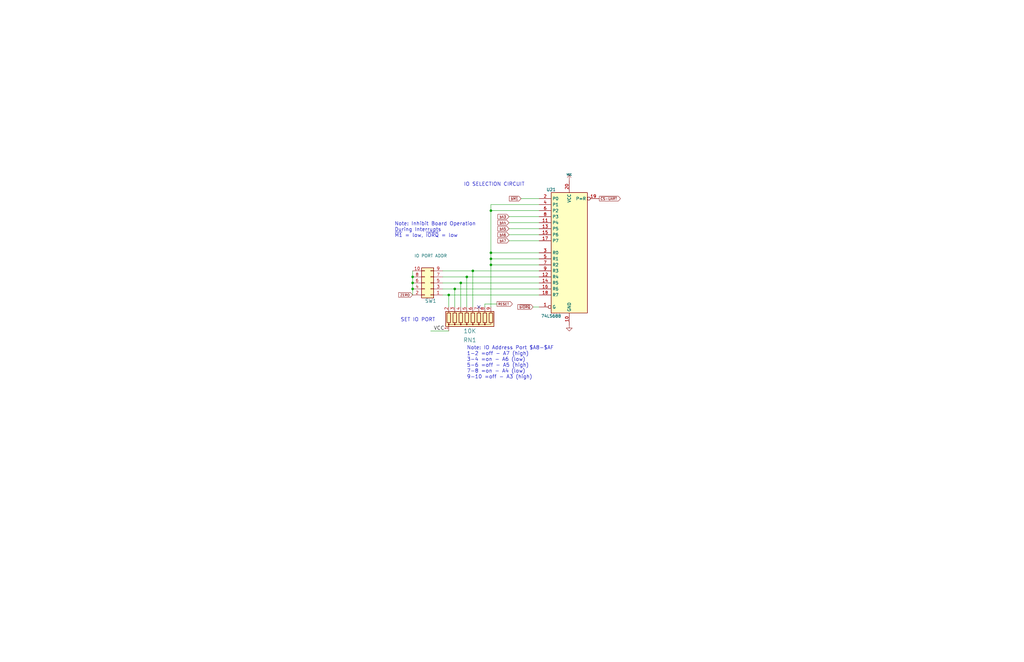
<source format=kicad_sch>
(kicad_sch (version 20211123) (generator eeschema)
  (paper "B")
  (lib_symbols
    (symbol "74xx:74LS688"
      (property "Reference" "U" (at -7.62 26.67 0))
      (property "Value" "74LS688" (at -7.62 -26.67 0))
      (symbol "74LS688_1_0"
        (pin input inverted (at -12.7 -22.86 0) (length 5.08) (name "G") (number "1"))
        (pin power_in line (at 0 -30.48 90) (length 5.08) (name "GND") (number "10"))
        (pin input line (at -12.7 12.7 0) (length 5.08) (name "P4") (number "11"))
        (pin input line (at -12.7 -10.16 0) (length 5.08) (name "R4") (number "12"))
        (pin input line (at -12.7 10.16 0) (length 5.08) (name "P5") (number "13"))
        (pin input line (at -12.7 -12.7 0) (length 5.08) (name "R5") (number "14"))
        (pin input line (at -12.7 7.62 0) (length 5.08) (name "P6") (number "15"))
        (pin input line (at -12.7 -15.24 0) (length 5.08) (name "R6") (number "16"))
        (pin input line (at -12.7 5.08 0) (length 5.08) (name "P7") (number "17"))
        (pin input line (at -12.7 -17.78 0) (length 5.08) (name "R7") (number "18"))
        (pin output inverted (at 12.7 22.86 180) (length 5.08) (name "P=R") (number "19"))
        (pin input line (at -12.7 22.86 0) (length 5.08) (name "P0") (number "2"))
        (pin power_in line (at 0 30.48 270) (length 5.08) (name "VCC") (number "20"))
        (pin input line (at -12.7 0 0) (length 5.08) (name "R0") (number "3"))
        (pin input line (at -12.7 20.32 0) (length 5.08) (name "P1") (number "4"))
        (pin input line (at -12.7 -2.54 0) (length 5.08) (name "R1") (number "5"))
        (pin input line (at -12.7 17.78 0) (length 5.08) (name "P2") (number "6"))
        (pin input line (at -12.7 -5.08 0) (length 5.08) (name "R2") (number "7"))
        (pin input line (at -12.7 15.24 0) (length 5.08) (name "P3") (number "8"))
        (pin input line (at -12.7 -7.62 0) (length 5.08) (name "R3") (number "9"))
      )
      (symbol "74LS688_1_1"
        (rectangle (start -7.62 25.4) (end 7.62 -25.4) (stroke (width 0.254)) (fill (type background)))
      )
    )
    (symbol "Connector_Generic:Conn_02x05_Odd_Even" (pin_names (offset 1.016) hide)
      (property "Reference" "J" (at 1.27 7.62 0))
      (property "Value" "Conn_02x05_Odd_Even" (at 1.27 -7.62 0))
      (symbol "Conn_02x05_Odd_Even_1_1"
        (rectangle (start -1.27 -4.953) (end 0 -5.207) (stroke (width 0.1524)))
        (rectangle (start -1.27 -2.413) (end 0 -2.667) (stroke (width 0.1524)))
        (rectangle (start -1.27 0.127) (end 0 -0.127) (stroke (width 0.1524)))
        (rectangle (start -1.27 2.667) (end 0 2.413) (stroke (width 0.1524)))
        (rectangle (start -1.27 5.207) (end 0 4.953) (stroke (width 0.1524)))
        (rectangle (start -1.27 6.35) (end 3.81 -6.35) (stroke (width 0.254)) (fill (type background)))
        (rectangle (start 3.81 -4.953) (end 2.54 -5.207) (stroke (width 0.1524)))
        (rectangle (start 3.81 -2.413) (end 2.54 -2.667) (stroke (width 0.1524)))
        (rectangle (start 3.81 0.127) (end 2.54 -0.127) (stroke (width 0.1524)))
        (rectangle (start 3.81 2.667) (end 2.54 2.413) (stroke (width 0.1524)))
        (rectangle (start 3.81 5.207) (end 2.54 4.953) (stroke (width 0.1524)))
        (pin passive line (at -5.08 5.08 0) (length 3.81) (name "Pin_1") (number "1"))
        (pin passive line (at 7.62 -5.08 180) (length 3.81) (name "Pin_10") (number "10"))
        (pin passive line (at 7.62 5.08 180) (length 3.81) (name "Pin_2") (number "2"))
        (pin passive line (at -5.08 2.54 0) (length 3.81) (name "Pin_3") (number "3"))
        (pin passive line (at 7.62 2.54 180) (length 3.81) (name "Pin_4") (number "4"))
        (pin passive line (at -5.08 0 0) (length 3.81) (name "Pin_5") (number "5"))
        (pin passive line (at 7.62 0 180) (length 3.81) (name "Pin_6") (number "6"))
        (pin passive line (at -5.08 -2.54 0) (length 3.81) (name "Pin_7") (number "7"))
        (pin passive line (at 7.62 -2.54 180) (length 3.81) (name "Pin_8") (number "8"))
        (pin passive line (at -5.08 -5.08 0) (length 3.81) (name "Pin_9") (number "9"))
      )
    )
    (symbol "Device:R_Network08" (pin_names (offset 0) hide)
      (property "Reference" "RN" (at -12.7 0 90))
      (property "Value" "R_Network08" (at 10.16 0 90))
      (symbol "R_Network08_0_1"
        (rectangle (start -11.43 -3.175) (end 8.89 3.175) (stroke (width 0.254)) (fill (type background)))
        (rectangle (start -10.922 1.524) (end -9.398 -2.54) (stroke (width 0.254)))
        (circle (center -10.16 2.286) (radius 0.254) (fill (type outline)))
        (rectangle (start -8.382 1.524) (end -6.858 -2.54) (stroke (width 0.254)))
        (circle (center -7.62 2.286) (radius 0.254) (fill (type outline)))
        (rectangle (start -5.842 1.524) (end -4.318 -2.54) (stroke (width 0.254)))
        (circle (center -5.08 2.286) (radius 0.254) (fill (type outline)))
        (rectangle (start -3.302 1.524) (end -1.778 -2.54) (stroke (width 0.254)))
        (circle (center -2.54 2.286) (radius 0.254) (fill (type outline)))
        (rectangle (start -0.762 1.524) (end 0.762 -2.54) (stroke (width 0.254)))
        (polyline (pts (xy -10.16 -2.54) (xy -10.16 -3.81)))
        (polyline (pts (xy -7.62 -2.54) (xy -7.62 -3.81)))
        (polyline (pts (xy -5.08 -2.54) (xy -5.08 -3.81)))
        (polyline (pts (xy -2.54 -2.54) (xy -2.54 -3.81)))
        (polyline (pts (xy 0 -2.54) (xy 0 -3.81)))
        (polyline (pts (xy 2.54 -2.54) (xy 2.54 -3.81)))
        (polyline (pts (xy 5.08 -2.54) (xy 5.08 -3.81)))
        (polyline (pts (xy 7.62 -2.54) (xy 7.62 -3.81)))
        (polyline (pts (xy -10.16 1.524) (xy -10.16 2.286) (xy -7.62 2.286) (xy -7.62 1.524)))
        (polyline (pts (xy -7.62 1.524) (xy -7.62 2.286) (xy -5.08 2.286) (xy -5.08 1.524)))
        (polyline (pts (xy -5.08 1.524) (xy -5.08 2.286) (xy -2.54 2.286) (xy -2.54 1.524)))
        (polyline (pts (xy -2.54 1.524) (xy -2.54 2.286) (xy 0 2.286) (xy 0 1.524)))
        (polyline (pts (xy 0 1.524) (xy 0 2.286) (xy 2.54 2.286) (xy 2.54 1.524)))
        (polyline (pts (xy 2.54 1.524) (xy 2.54 2.286) (xy 5.08 2.286) (xy 5.08 1.524)))
        (polyline (pts (xy 5.08 1.524) (xy 5.08 2.286) (xy 7.62 2.286) (xy 7.62 1.524)))
        (circle (center 0 2.286) (radius 0.254) (fill (type outline)))
        (rectangle (start 1.778 1.524) (end 3.302 -2.54) (stroke (width 0.254)))
        (circle (center 2.54 2.286) (radius 0.254) (fill (type outline)))
        (rectangle (start 4.318 1.524) (end 5.842 -2.54) (stroke (width 0.254)))
        (circle (center 5.08 2.286) (radius 0.254) (fill (type outline)))
        (rectangle (start 6.858 1.524) (end 8.382 -2.54) (stroke (width 0.254)))
      )
      (symbol "R_Network08_1_1"
        (pin passive line (at -10.16 5.08 270) (length 2.54) (name "common") (number "1"))
        (pin passive line (at -10.16 -5.08 90) (length 1.27) (name "R1") (number "2"))
        (pin passive line (at -7.62 -5.08 90) (length 1.27) (name "R2") (number "3"))
        (pin passive line (at -5.08 -5.08 90) (length 1.27) (name "R3") (number "4"))
        (pin passive line (at -2.54 -5.08 90) (length 1.27) (name "R4") (number "5"))
        (pin passive line (at 0 -5.08 90) (length 1.27) (name "R5") (number "6"))
        (pin passive line (at 2.54 -5.08 90) (length 1.27) (name "R6") (number "7"))
        (pin passive line (at 5.08 -5.08 90) (length 1.27) (name "R7") (number "8"))
        (pin passive line (at 7.62 -5.08 90) (length 1.27) (name "R8") (number "9"))
      )
    )
    (symbol "power:GND" (power) (pin_names (offset 0))
      (property "Value" "GND" (at 0 -3.81 0))
      (symbol "GND_0_1"
        (polyline (pts (xy 0 0) (xy 0 -1.27) (xy 1.27 -1.27) (xy 0 -2.54) (xy -1.27 -1.27) (xy 0 -1.27)))
      )
      (symbol "GND_1_1"
        (pin power_in line (at 0 0 270) (length 0) hide (name "GND") (number "1"))
      )
    )
    (symbol "power:VCC" (power) (pin_names (offset 0))
      (property "Value" "VCC" (at 0 3.81 0))
      (symbol "VCC_0_1"
        (polyline (pts (xy -0.762 1.27) (xy 0 2.54)))
        (polyline (pts (xy 0 0) (xy 0 2.54)))
        (polyline (pts (xy 0 2.54) (xy 0.762 1.27)))
      )
      (symbol "VCC_1_1"
        (pin power_in line (at 0 0 90) (length 0) hide (name "VCC") (number "1"))
      )
    )
  )
  (junction (at 173.99 116.84))
  (junction (at 173.99 121.92))
  (junction (at 207.01 109.22))
  (junction (at 191.77 121.92))
  (junction (at 199.39 114.3))
  (junction (at 207.01 106.68))
  (junction (at 194.31 119.38))
  (junction (at 189.23 124.46))
  (junction (at 173.99 119.38))
  (junction (at 207.01 111.76))
  (junction (at 207.01 88.9))
  (junction (at 196.85 116.84))
  (no_connect (at 201.93 129.54))
  (wire (pts (xy 219.71 83.82) (xy 227.33 83.82)))
  (wire (pts (xy 204.47 129.54) (xy 204.47 128.27)))
  (wire (pts (xy 173.99 116.84) (xy 173.99 119.38)))
  (wire (pts (xy 194.31 119.38) (xy 227.33 119.38)))
  (wire (pts (xy 186.69 121.92) (xy 191.77 121.92)))
  (wire (pts (xy 189.23 129.54) (xy 189.23 124.46)))
  (wire (pts (xy 191.77 121.92) (xy 227.33 121.92)))
  (wire (pts (xy 204.47 128.27) (xy 209.55 128.27)))
  (wire (pts (xy 227.33 86.36) (xy 207.01 86.36)))
  (wire (pts (xy 173.99 121.92) (xy 173.99 124.46)))
  (wire (pts (xy 173.99 114.3) (xy 173.99 116.84)))
  (wire (pts (xy 196.85 129.54) (xy 196.85 116.84)))
  (wire (pts (xy 207.01 111.76) (xy 227.33 111.76)))
  (wire (pts (xy 207.01 106.68) (xy 227.33 106.68)))
  (wire (pts (xy 189.23 124.46) (xy 227.33 124.46)))
  (wire (pts (xy 214.63 99.06) (xy 227.33 99.06)))
  (wire (pts (xy 181.61 139.7) (xy 189.23 139.7)))
  (wire (pts (xy 207.01 88.9) (xy 207.01 106.68)))
  (wire (pts (xy 186.69 116.84) (xy 196.85 116.84)))
  (wire (pts (xy 207.01 111.76) (xy 207.01 109.22)))
  (wire (pts (xy 173.99 119.38) (xy 173.99 121.92)))
  (wire (pts (xy 186.69 119.38) (xy 194.31 119.38)))
  (wire (pts (xy 199.39 114.3) (xy 227.33 114.3)))
  (wire (pts (xy 207.01 111.76) (xy 207.01 129.54)))
  (wire (pts (xy 207.01 86.36) (xy 207.01 88.9)))
  (wire (pts (xy 194.31 129.54) (xy 194.31 119.38)))
  (wire (pts (xy 207.01 109.22) (xy 207.01 106.68)))
  (wire (pts (xy 186.69 114.3) (xy 199.39 114.3)))
  (wire (pts (xy 214.63 93.98) (xy 227.33 93.98)))
  (wire (pts (xy 207.01 88.9) (xy 227.33 88.9)))
  (wire (pts (xy 214.63 96.52) (xy 227.33 96.52)))
  (wire (pts (xy 199.39 114.3) (xy 199.39 129.54)))
  (wire (pts (xy 214.63 101.6) (xy 227.33 101.6)))
  (wire (pts (xy 191.77 129.54) (xy 191.77 121.92)))
  (wire (pts (xy 207.01 109.22) (xy 227.33 109.22)))
  (wire (pts (xy 214.63 91.44) (xy 227.33 91.44)))
  (wire (pts (xy 196.85 116.84) (xy 227.33 116.84)))
  (wire (pts (xy 227.33 129.54) (xy 224.79 129.54)))
  (wire (pts (xy 186.69 124.46) (xy 189.23 124.46)))
  (text "SET IO PORT" (at 168.91 135.89 0) (effects (font (size 1.524 1.524)) (justify left bottom)))
  (text "Note: IO Address Port $A8-$AF\n1-2 =off - A7 (high)\n3-4 =on - A6 (low)\n5-6 =off - A5 (high)\n7-8 =on - A4 (low)\n9-10 =off - A3 (high)" (at 196.85 160.02 0) (effects (font (size 1.524 1.524)) (justify left bottom)))
  (text "IO SELECTION CIRCUIT" (at 195.58 78.74 0) (effects (font (size 1.524 1.524)) (justify left bottom)))
  (text "Note: Inhibit Board Operation\nDuring Interrupts\n~{M1} = low, ~{IORQ} = low" (at 166.37 100.33 0) (effects (font (size 1.524 1.524)) (justify left bottom)))
  (label "VCC" (at 182.88 139.7 0) (effects (font (size 1.524 1.524))))
  (global_label "~{CS-UART}" (shape output) (at 252.73 83.82 0) (effects (font (size 1.016 1.016))) (property "Intersheet References" "${INTERSHEET_REFS}" (effects hide)))
  (global_label "bA3" (shape input) (at 214.63 91.44 180) (effects (font (size 1.016 1.016))) (property "Intersheet References" "${INTERSHEET_REFS}" (effects hide)))
  (global_label "bA4" (shape input) (at 214.63 93.98 180) (effects (font (size 1.016 1.016))) (property "Intersheet References" "${INTERSHEET_REFS}" (effects hide)))
  (global_label "bA6" (shape input) (at 214.63 99.06 180) (effects (font (size 1.016 1.016))) (property "Intersheet References" "${INTERSHEET_REFS}" (effects hide)))
  (global_label "~{bIORQ}" (shape input) (at 224.79 129.54 180) (effects (font (size 1.016 1.016))) (property "Intersheet References" "${INTERSHEET_REFS}" (effects hide)))
  (global_label "ZERO" (shape input) (at 173.99 124.46 180) (effects (font (size 1.016 1.016))) (property "Intersheet References" "${INTERSHEET_REFS}" (effects hide)))
  (global_label "bA5" (shape input) (at 214.63 96.52 180) (effects (font (size 1.016 1.016))) (property "Intersheet References" "${INTERSHEET_REFS}" (effects hide)))
  (global_label "bA7" (shape input) (at 214.63 101.6 180) (effects (font (size 1.016 1.016))) (property "Intersheet References" "${INTERSHEET_REFS}" (effects hide)))
  (global_label "~{bM1}" (shape input) (at 219.71 83.82 180) (effects (font (size 1.016 1.016))) (property "Intersheet References" "${INTERSHEET_REFS}" (effects hide)))
  (global_label "RESET" (shape output) (at 209.55 128.27 0) (effects (font (size 1.016 1.016))) (property "Intersheet References" "${INTERSHEET_REFS}" (effects hide)))
  (symbol (lib_id "Connector_Generic:Conn_02x05_Odd_Even") (at 181.61 119.38 180) (unit 1)
    (property "Reference" "SW1" (at 181.61 127 0) (effects (font (size 1.524 1.524))))
    (property "Value" "IO PORT ADDR" (at 181.61 107.95 0))
    (property "Footprint" "Connector_PinHeader_2.54mm:PinHeader_2x05_P2.54mm_Vertical" (effects hide))
  )
  (symbol (lib_id "power:VCC") (at 240.03 76.2 0) (unit 1)
    (property "Reference" "#PWR059" (effects hide))
    (property "Value" "VCC" (at 240.03 73.66 0) (effects (font (size 0.762 0.762))))
  )
  (symbol (lib_id "74xx:74LS688") (at 240.03 106.68 0) (unit 1)
    (property "Reference" "U21" (at 232.41 80.01 0))
    (property "Value" "74LS688" (at 232.41 133.35 0))
    (property "Footprint" "Package_DIP:DIP-20_W7.62mm_Socket" (effects hide))
    (property "Datasheet" "http://www.ti.com/lit/gpn/sn74LS688" (effects hide))
  )
  (symbol (lib_id "Device:R_Network08") (at 199.39 134.62 0) (mirror x) (unit 1)
    (property "Reference" "RN1" (at 198.12 143.51 0) (effects (font (size 1.778 1.778))))
    (property "Value" "10K" (at 198.12 139.7 0) (effects (font (size 1.778 1.778))))
    (property "Footprint" "Resistor_THT:R_Array_SIP9" (effects hide))
    (property "Datasheet" "http://www.vishay.com/docs/31509/csc.pdf" (effects hide))
  )
  (symbol (lib_id "power:GND") (at 240.03 137.16 0) (unit 1)
    (property "Reference" "#PWR060" (effects hide))
    (property "Value" "GND" (effects hide))
  )
)
</source>
